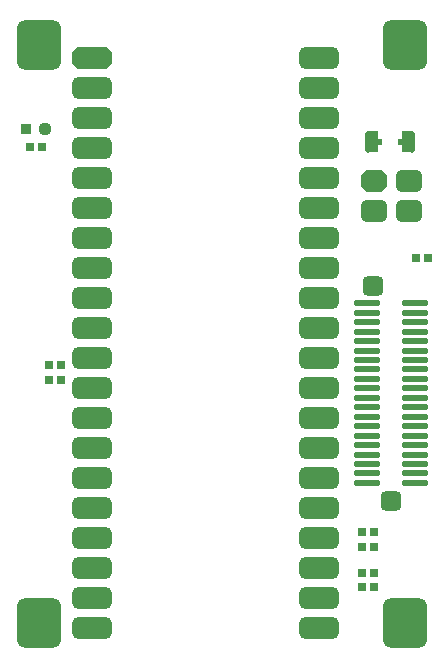
<source format=gbr>
%TF.GenerationSoftware,Altium Limited,Altium Designer,25.5.2 (35)*%
G04 Layer_Color=8388736*
%FSLAX45Y45*%
%MOMM*%
%TF.SameCoordinates,04C475F5-62FD-4A33-8D44-780EF8A6E366*%
%TF.FilePolarity,Negative*%
%TF.FileFunction,Soldermask,Top*%
%TF.Part,Single*%
G01*
G75*
%TA.AperFunction,ComponentPad*%
G04:AMPARAMS|DCode=27|XSize=1.7mm|YSize=1.75mm|CornerRadius=0.4625mm|HoleSize=0mm|Usage=FLASHONLY|Rotation=270.000|XOffset=0mm|YOffset=0mm|HoleType=Round|Shape=RoundedRectangle|*
%AMROUNDEDRECTD27*
21,1,1.70000,0.82500,0,0,270.0*
21,1,0.77500,1.75000,0,0,270.0*
1,1,0.92500,-0.41250,-0.38750*
1,1,0.92500,-0.41250,0.38750*
1,1,0.92500,0.41250,0.38750*
1,1,0.92500,0.41250,-0.38750*
%
%ADD27ROUNDEDRECTD27*%
G04:AMPARAMS|DCode=29|XSize=1.85mm|YSize=3.35mm|CornerRadius=0.5mm|HoleSize=0mm|Usage=FLASHONLY|Rotation=90.000|XOffset=0mm|YOffset=0mm|HoleType=Round|Shape=RoundedRectangle|*
%AMROUNDEDRECTD29*
21,1,1.85000,2.35001,0,0,90.0*
21,1,0.85000,3.35000,0,0,90.0*
1,1,1.00000,1.17500,0.42500*
1,1,1.00000,1.17500,-0.42500*
1,1,1.00000,-1.17500,-0.42500*
1,1,1.00000,-1.17500,0.42500*
%
%ADD29ROUNDEDRECTD29*%
G04:AMPARAMS|DCode=30|XSize=4.15mm|YSize=3.75mm|CornerRadius=0.615mm|HoleSize=0mm|Usage=FLASHONLY|Rotation=90.000|XOffset=0mm|YOffset=0mm|HoleType=Round|Shape=RoundedRectangle|*
%AMROUNDEDRECTD30*
21,1,4.15000,2.52000,0,0,90.0*
21,1,2.92000,3.75000,0,0,90.0*
1,1,1.23000,1.26000,1.46000*
1,1,1.23000,1.26000,-1.46000*
1,1,1.23000,-1.26000,-1.46000*
1,1,1.23000,-1.26000,1.46000*
%
%ADD30ROUNDEDRECTD30*%
G04:AMPARAMS|DCode=31|XSize=1.85mm|YSize=2.25mm|CornerRadius=0.5mm|HoleSize=0mm|Usage=FLASHONLY|Rotation=270.000|XOffset=0mm|YOffset=0mm|HoleType=Round|Shape=RoundedRectangle|*
%AMROUNDEDRECTD31*
21,1,1.85000,1.25001,0,0,270.0*
21,1,0.85000,2.25000,0,0,270.0*
1,1,1.00000,-0.62500,-0.42500*
1,1,1.00000,-0.62500,0.42500*
1,1,1.00000,0.62500,0.42500*
1,1,1.00000,0.62500,-0.42500*
%
%ADD31ROUNDEDRECTD31*%
G04:AMPARAMS|DCode=32|XSize=1.85mm|YSize=2.25mm|CornerRadius=0mm|HoleSize=0mm|Usage=FLASHONLY|Rotation=270.000|XOffset=0mm|YOffset=0mm|HoleType=Round|Shape=Octagon|*
%AMOCTAGOND32*
4,1,8,1.12500,0.46250,1.12500,-0.46250,0.66250,-0.92500,-0.66250,-0.92500,-1.12500,-0.46250,-1.12500,0.46250,-0.66250,0.92500,0.66250,0.92500,1.12500,0.46250,0.0*
%
%ADD32OCTAGOND32*%

%TA.AperFunction,SMDPad,CuDef*%
G04:AMPARAMS|DCode=38|XSize=0.75mm|YSize=0.75mm|CornerRadius=0.225mm|HoleSize=0mm|Usage=FLASHONLY|Rotation=90.000|XOffset=0mm|YOffset=0mm|HoleType=Round|Shape=RoundedRectangle|*
%AMROUNDEDRECTD38*
21,1,0.75000,0.30000,0,0,90.0*
21,1,0.30000,0.75000,0,0,90.0*
1,1,0.45000,0.15000,0.15000*
1,1,0.45000,0.15000,-0.15000*
1,1,0.45000,-0.15000,-0.15000*
1,1,0.45000,-0.15000,0.15000*
%
%ADD38ROUNDEDRECTD38*%
G04:AMPARAMS|DCode=39|XSize=2.28mm|YSize=0.58mm|CornerRadius=0.165mm|HoleSize=0mm|Usage=FLASHONLY|Rotation=180.000|XOffset=0mm|YOffset=0mm|HoleType=Round|Shape=RoundedRectangle|*
%AMROUNDEDRECTD39*
21,1,2.28000,0.25000,0,0,180.0*
21,1,1.95000,0.58000,0,0,180.0*
1,1,0.33000,-0.97500,0.12500*
1,1,0.33000,0.97500,0.12500*
1,1,0.33000,0.97500,-0.12500*
1,1,0.33000,-0.97500,-0.12500*
%
%ADD39ROUNDEDRECTD39*%
G04:AMPARAMS|DCode=40|XSize=0.95mm|YSize=0.95mm|CornerRadius=0.275mm|HoleSize=0mm|Usage=FLASHONLY|Rotation=90.000|XOffset=0mm|YOffset=0mm|HoleType=Round|Shape=RoundedRectangle|*
%AMROUNDEDRECTD40*
21,1,0.95000,0.40000,0,0,90.0*
21,1,0.40000,0.95000,0,0,90.0*
1,1,0.55000,0.20000,0.20000*
1,1,0.55000,0.20000,-0.20000*
1,1,0.55000,-0.20000,-0.20000*
1,1,0.55000,-0.20000,0.20000*
%
%ADD40ROUNDEDRECTD40*%
%ADD41R,0.95000X0.95000*%
%ADD42R,1.00000X0.54000*%
%ADD43O,0.45000X1.85000*%
%TA.AperFunction,ComponentPad*%
G04:AMPARAMS|DCode=44|XSize=1.85mm|YSize=3.35mm|CornerRadius=0mm|HoleSize=0mm|Usage=FLASHONLY|Rotation=270.000|XOffset=0mm|YOffset=0mm|HoleType=Round|Shape=Octagon|*
%AMOCTAGOND44*
4,1,8,1.67500,0.46250,1.67500,-0.46250,1.21250,-0.92500,-1.21250,-0.92500,-1.67500,-0.46250,-1.67500,0.46250,-1.21250,0.92500,1.21250,0.92500,1.67500,0.46250,0.0*
%
%ADD44OCTAGOND44*%

G36*
X3161177Y4472430D02*
X3162325Y4472155D01*
X3163416Y4471703D01*
X3164422Y4471086D01*
X3165320Y4470320D01*
X3166086Y4469422D01*
X3166703Y4468415D01*
X3167155Y4467325D01*
X3167431Y4466177D01*
X3167523Y4465000D01*
X3167523Y4407505D01*
X3167430Y4406328D01*
X3167154Y4405180D01*
X3166703Y4404089D01*
X3166086Y4403083D01*
X3165319Y4402185D01*
X3164422Y4401418D01*
X3163415Y4400801D01*
X3162324Y4400350D01*
X3161176Y4400074D01*
X3160000Y4399982D01*
X3107518Y4399981D01*
X3107518Y4360026D01*
X3160000Y4360026D01*
X3161177Y4359933D01*
X3162325Y4359658D01*
X3163415Y4359206D01*
X3164422Y4358589D01*
X3165320Y4357822D01*
X3166086Y4356925D01*
X3166703Y4355918D01*
X3167155Y4354827D01*
X3167430Y4353679D01*
X3167523Y4352503D01*
X3167523Y4295000D01*
X3167431Y4293823D01*
X3167155Y4292675D01*
X3166703Y4291584D01*
X3166086Y4290578D01*
X3165320Y4289680D01*
X3164422Y4288913D01*
X3163416Y4288296D01*
X3162325Y4287845D01*
X3161177Y4287569D01*
X3160000Y4287477D01*
X3085000D01*
X3083823Y4287569D01*
X3082675Y4287845D01*
X3081585Y4288296D01*
X3080578Y4288913D01*
X3079680Y4289680D01*
X3078914Y4290578D01*
X3078297Y4291584D01*
X3077845Y4292675D01*
X3077570Y4293823D01*
X3077477Y4295000D01*
Y4465000D01*
X3077570Y4466177D01*
X3077845Y4467325D01*
X3078297Y4468415D01*
X3078914Y4469422D01*
X3079680Y4470320D01*
X3080578Y4471086D01*
X3081585Y4471703D01*
X3082675Y4472155D01*
X3083823Y4472430D01*
X3085000Y4472523D01*
X3160000D01*
X3161177Y4472430D01*
D02*
G37*
G36*
X3456177D02*
X3457325Y4472155D01*
X3458415Y4471703D01*
X3459422Y4471086D01*
X3460320Y4470320D01*
X3461086Y4469422D01*
X3461703Y4468415D01*
X3462155Y4467325D01*
X3462430Y4466177D01*
X3462523Y4465000D01*
Y4295000D01*
X3462430Y4293823D01*
X3462155Y4292675D01*
X3461703Y4291584D01*
X3461086Y4290578D01*
X3460320Y4289680D01*
X3459422Y4288913D01*
X3458415Y4288296D01*
X3457325Y4287845D01*
X3456177Y4287569D01*
X3455000Y4287477D01*
X3380000D01*
X3378823Y4287569D01*
X3377675Y4287845D01*
X3376585Y4288296D01*
X3375578Y4288913D01*
X3374680Y4289680D01*
X3373914Y4290578D01*
X3373297Y4291584D01*
X3372845Y4292675D01*
X3372570Y4293823D01*
X3372477Y4295000D01*
Y4352511D01*
X3372570Y4353688D01*
X3372845Y4354836D01*
X3373297Y4355927D01*
X3373914Y4356933D01*
X3374680Y4357831D01*
X3375578Y4358597D01*
X3376585Y4359214D01*
X3377675Y4359666D01*
X3378823Y4359941D01*
X3380000Y4360034D01*
X3432490D01*
Y4400022D01*
X3380000D01*
X3378823Y4400115D01*
X3377675Y4400391D01*
X3376585Y4400842D01*
X3375578Y4401459D01*
X3374680Y4402226D01*
X3373914Y4403124D01*
X3373297Y4404130D01*
X3372845Y4405221D01*
X3372570Y4406369D01*
X3372477Y4407546D01*
Y4465000D01*
X3372570Y4466177D01*
X3372845Y4467325D01*
X3373297Y4468415D01*
X3373914Y4469422D01*
X3374680Y4470320D01*
X3375578Y4471086D01*
X3376585Y4471703D01*
X3377675Y4472155D01*
X3378823Y4472430D01*
X3380000Y4472523D01*
X3455000D01*
X3456177Y4472430D01*
D02*
G37*
D27*
X3127000Y3160000D02*
D03*
X3277000Y1340000D02*
D03*
D29*
X2668000Y262000D02*
D03*
Y516000D02*
D03*
Y770000D02*
D03*
Y1024000D02*
D03*
Y1278000D02*
D03*
Y1532000D02*
D03*
Y1786000D02*
D03*
Y2040000D02*
D03*
Y2294000D02*
D03*
Y2548000D02*
D03*
Y2802000D02*
D03*
Y3056000D02*
D03*
Y3310000D02*
D03*
Y3564000D02*
D03*
Y3818000D02*
D03*
Y4072000D02*
D03*
Y4326000D02*
D03*
Y4580000D02*
D03*
Y4834000D02*
D03*
Y5088000D02*
D03*
X750000Y262000D02*
D03*
Y516000D02*
D03*
Y770000D02*
D03*
Y1024000D02*
D03*
Y1278000D02*
D03*
Y1532000D02*
D03*
Y1786000D02*
D03*
Y2040000D02*
D03*
Y2294000D02*
D03*
Y2548000D02*
D03*
Y2802000D02*
D03*
Y3056000D02*
D03*
Y3310000D02*
D03*
Y3564000D02*
D03*
Y3818000D02*
D03*
Y4072000D02*
D03*
Y4326000D02*
D03*
Y4580000D02*
D03*
Y4834000D02*
D03*
D30*
X3400000Y5200000D02*
D03*
X300000Y300000D02*
D03*
Y5200000D02*
D03*
X3400000Y300000D02*
D03*
D31*
X3136000Y3790000D02*
D03*
X3430000D02*
D03*
Y4044000D02*
D03*
D32*
X3136000D02*
D03*
D38*
X3490000Y3390000D02*
D03*
X3590000D02*
D03*
X220000Y4330000D02*
D03*
X320000D02*
D03*
X3130000Y610000D02*
D03*
X3030000D02*
D03*
X3130000Y950000D02*
D03*
X3030000D02*
D03*
X3130000Y730000D02*
D03*
X3030000D02*
D03*
X3130000Y1070000D02*
D03*
X3030000D02*
D03*
X480000Y2360000D02*
D03*
X380000D02*
D03*
X480000Y2490000D02*
D03*
X380000D02*
D03*
D39*
X3480000Y1490000D02*
D03*
Y1570000D02*
D03*
Y1650000D02*
D03*
Y1730000D02*
D03*
Y1810000D02*
D03*
Y1890000D02*
D03*
Y1970000D02*
D03*
Y2050000D02*
D03*
Y2130000D02*
D03*
Y2210000D02*
D03*
Y2290000D02*
D03*
Y2370000D02*
D03*
Y2450000D02*
D03*
Y2530000D02*
D03*
Y2610000D02*
D03*
Y2690000D02*
D03*
Y2770000D02*
D03*
Y2850000D02*
D03*
Y2930000D02*
D03*
X3074000Y1490000D02*
D03*
Y1570000D02*
D03*
Y1650000D02*
D03*
Y1730000D02*
D03*
Y1810000D02*
D03*
Y1890000D02*
D03*
Y1970000D02*
D03*
Y2050000D02*
D03*
Y2130000D02*
D03*
Y2210000D02*
D03*
Y2290000D02*
D03*
Y2370000D02*
D03*
Y2450000D02*
D03*
Y2530000D02*
D03*
Y2610000D02*
D03*
Y2690000D02*
D03*
Y2770000D02*
D03*
Y2850000D02*
D03*
Y2930000D02*
D03*
X3480000Y3010000D02*
D03*
X3074000D02*
D03*
D40*
X350000Y4490000D02*
D03*
D41*
X190000D02*
D03*
D42*
X3390000Y4380000D02*
D03*
X3150000D02*
D03*
D43*
X3455000D02*
D03*
X3085000D02*
D03*
D44*
X750000Y5088000D02*
D03*
%TF.MD5,e58c52632794de9a5eb7312a2657cb64*%
M02*

</source>
